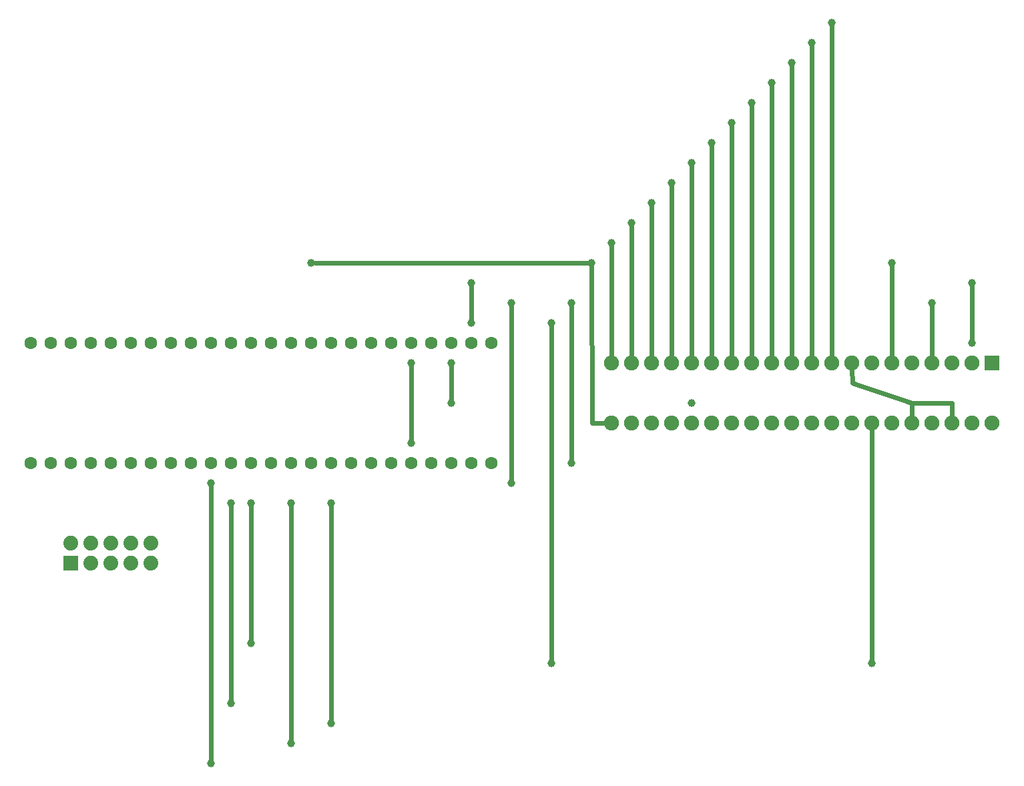
<source format=gbl>
G04 MADE WITH FRITZING*
G04 WWW.FRITZING.ORG*
G04 DOUBLE SIDED*
G04 HOLES PLATED*
G04 CONTOUR ON CENTER OF CONTOUR VECTOR*
%ASAXBY*%
%FSLAX23Y23*%
%MOIN*%
%OFA0B0*%
%SFA1.0B1.0*%
%ADD10C,0.074000*%
%ADD11C,0.075000*%
%ADD12C,0.039370*%
%ADD13C,0.062992*%
%ADD14R,0.074000X0.074000*%
%ADD15R,0.075000X0.075000*%
%ADD16C,0.024000*%
%LNCOPPER0*%
G90*
G70*
G54D10*
X447Y1218D03*
X547Y1218D03*
X647Y1218D03*
X747Y1218D03*
X847Y1218D03*
X447Y1118D03*
X547Y1118D03*
X647Y1118D03*
X747Y1118D03*
X847Y1118D03*
G54D11*
X5047Y2118D03*
X5047Y1818D03*
X4947Y2118D03*
X4947Y1818D03*
X4847Y2118D03*
X4847Y1818D03*
X4747Y2118D03*
X4747Y1818D03*
X4647Y2118D03*
X4647Y1818D03*
X4547Y2118D03*
X4547Y1818D03*
X4447Y2118D03*
X4447Y1818D03*
X4347Y2118D03*
X4347Y1818D03*
X4247Y2118D03*
X4247Y1818D03*
X4147Y2118D03*
X4147Y1818D03*
X4047Y2118D03*
X4047Y1818D03*
X3947Y2118D03*
X3947Y1818D03*
X3847Y2118D03*
X3847Y1818D03*
X3747Y2118D03*
X3747Y1818D03*
X3647Y2118D03*
X3647Y1818D03*
X3547Y2118D03*
X3547Y1818D03*
X3447Y2118D03*
X3447Y1818D03*
X3347Y2118D03*
X3347Y1818D03*
X3247Y2118D03*
X3247Y1818D03*
X3147Y2118D03*
X3147Y1818D03*
G54D12*
X4247Y3818D03*
X4147Y3718D03*
X4047Y3618D03*
X3947Y3518D03*
X3847Y3418D03*
X2847Y618D03*
X2847Y2318D03*
X4447Y618D03*
X2347Y1918D03*
X3547Y1918D03*
X3247Y2818D03*
X1747Y318D03*
X1747Y1418D03*
X2347Y2118D03*
X2147Y2118D03*
X2147Y1718D03*
X2647Y2418D03*
X2647Y1518D03*
X2447Y2518D03*
X2447Y2318D03*
X2947Y2418D03*
X2947Y1618D03*
X3647Y3218D03*
X3747Y3318D03*
X3547Y3118D03*
X3447Y3018D03*
X3347Y2918D03*
X3147Y2718D03*
X4947Y2218D03*
X1547Y1418D03*
X1547Y218D03*
X4947Y2518D03*
X4547Y2618D03*
X4747Y2418D03*
X1247Y418D03*
X1147Y118D03*
X1147Y1518D03*
X1347Y718D03*
X1347Y1418D03*
X1247Y1418D03*
X3047Y2618D03*
X1647Y2618D03*
G54D13*
X247Y2218D03*
X2047Y1618D03*
X2147Y1618D03*
X1947Y2218D03*
X547Y2218D03*
X2247Y1618D03*
X847Y2218D03*
X647Y2218D03*
X747Y2218D03*
X2347Y2218D03*
X2347Y1618D03*
X447Y2218D03*
X2547Y2218D03*
X2447Y2218D03*
X2247Y2218D03*
X2147Y2218D03*
X2447Y1618D03*
X2047Y2218D03*
X2547Y1618D03*
X947Y2218D03*
X1347Y1618D03*
X747Y1618D03*
X1247Y1618D03*
X1047Y1618D03*
X847Y1618D03*
X1147Y1618D03*
X1447Y1618D03*
X347Y2218D03*
X1547Y1618D03*
X1947Y1618D03*
X1747Y1618D03*
X1647Y1618D03*
X1847Y1618D03*
X947Y1618D03*
X1547Y2218D03*
X647Y1618D03*
X1647Y2218D03*
X1347Y2218D03*
X1147Y2218D03*
X1047Y2218D03*
X1247Y2218D03*
X1447Y2218D03*
X1747Y2218D03*
X447Y1618D03*
X547Y1618D03*
X247Y1618D03*
X1847Y2218D03*
X347Y1618D03*
G54D14*
X447Y1118D03*
G54D15*
X5047Y2118D03*
G54D16*
X4646Y1918D02*
X4647Y1846D01*
D02*
X4848Y1918D02*
X4646Y1918D01*
D02*
X4848Y1846D02*
X4848Y1918D01*
D02*
X4247Y3799D02*
X4247Y2146D01*
D02*
X4147Y3699D02*
X4147Y2146D01*
D02*
X4047Y3599D02*
X4047Y2146D01*
D02*
X3947Y3499D02*
X3947Y2146D01*
D02*
X3847Y3399D02*
X3847Y2146D01*
D02*
X2847Y637D02*
X2847Y2299D01*
D02*
X4447Y1789D02*
X4447Y637D01*
D02*
X1747Y1399D02*
X1747Y337D01*
D02*
X2347Y2099D02*
X2347Y1937D01*
D02*
X2147Y2099D02*
X2147Y1737D01*
D02*
X2647Y2399D02*
X2647Y1537D01*
D02*
X2447Y2499D02*
X2447Y2337D01*
D02*
X2947Y2399D02*
X2947Y1637D01*
D02*
X3147Y2699D02*
X3147Y2146D01*
D02*
X3347Y2899D02*
X3347Y2146D01*
D02*
X3447Y2999D02*
X3447Y2146D01*
D02*
X3547Y3099D02*
X3547Y2146D01*
D02*
X3647Y3199D02*
X3647Y2146D01*
D02*
X3747Y3299D02*
X3747Y2146D01*
D02*
X4646Y1918D02*
X4647Y1846D01*
D02*
X4349Y2017D02*
X4646Y1918D01*
D02*
X4348Y2089D02*
X4349Y2017D01*
D02*
X1547Y1399D02*
X1547Y237D01*
D02*
X4947Y2499D02*
X4947Y2237D01*
D02*
X4547Y2599D02*
X4547Y2146D01*
D02*
X4747Y2399D02*
X4747Y2146D01*
D02*
X1147Y1499D02*
X1147Y137D01*
D02*
X1347Y737D02*
X1347Y1399D01*
D02*
X1247Y1399D02*
X1247Y437D01*
D02*
X3247Y2799D02*
X3247Y2146D01*
D02*
X3028Y2618D02*
X1666Y2618D01*
D02*
X3050Y1819D02*
X3047Y2599D01*
D02*
X3119Y1818D02*
X3050Y1819D01*
G04 End of Copper0*
M02*
</source>
